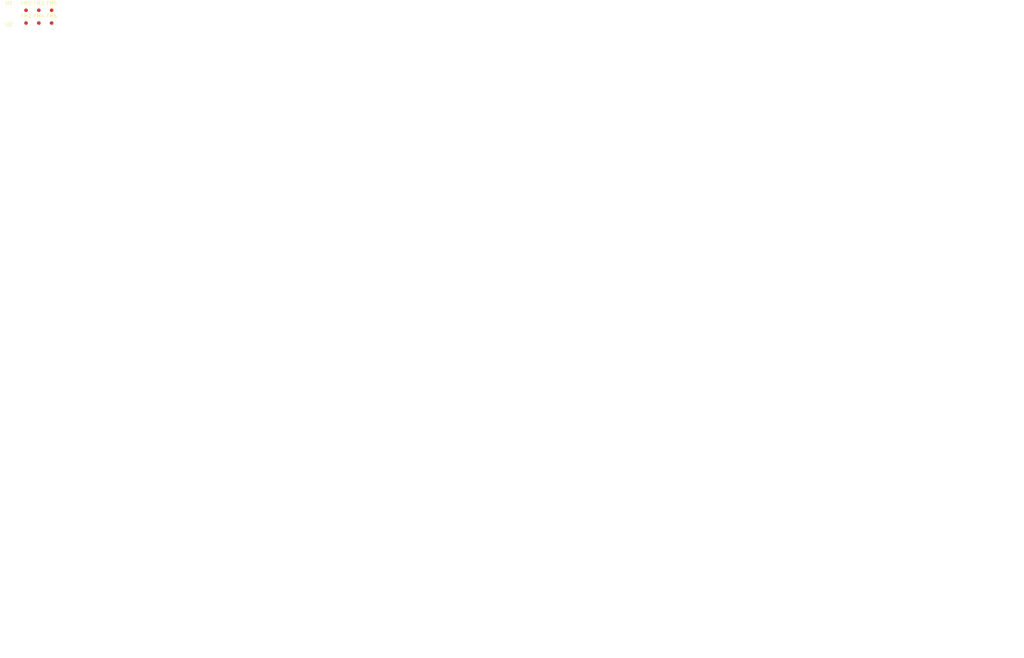
<source format=kicad_pcb>
(kicad_pcb (version 20241229) (generator "pcbnew") (generator_version "9.0")
  (title_block (title "Ignite") (rev "0.1.0") (company "Daniel Jeon"))
  (layers (0 "F.Cu" mixed) (2 "B.Cu" power) (13 "F.Paste" user) (15 "B.Paste" user) (5 "F.SilkS" user "F.Silkscreen") (7 "B.SilkS" user "B.Silkscreen") (1 "F.Mask" user) (3 "B.Mask" user) (25 "Edge.Cuts" user))
  (net 0 "")
  (footprint "MountingHole:MountingHole_2.2mm_M2" (layer "F.Cu") (at 2.475 8.425)
    (property "Reference" "H2" (at 0 -3.2 0) (layer "F.SilkS"))
    (property "Value" "M2")
    (pad "" np_thru_hole circle (at 0 0) (size 2.2 2.2) (drill 2.2) (layers "*.Cu" "*.Mask"))
  )
  (footprint "Fiducial:Fiducial_1mm_Mask2mm" (layer "F.Cu") (at 10.775 1.275)
    (property "Reference" "FM3" (at 0 -1.95 0) (layer "F.SilkS"))
    (property "Value" "1mm")
    (pad "" smd circle (at 0 0) (size 1 1) (layers "F.Cu" "F.Mask"))
  )
  (footprint "MountingHole:MountingHole_2.2mm_M2" (layer "F.Cu") (at 2.475 2.475)
    (property "Reference" "H1" (at 0 -3.2 0) (layer "F.SilkS"))
    (property "Value" "M2")
    (pad "" np_thru_hole circle (at 0 0) (size 2.2 2.2) (drill 2.2) (layers "*.Cu" "*.Mask"))
  )
  (footprint "Fiducial:Fiducial_1mm_Mask2mm" (layer "F.Cu") (at 14.325 1.275)
    (property "Reference" "FM5" (at 0 -1.95 0) (layer "F.SilkS"))
    (property "Value" "1mm")
    (pad "" smd circle (at 0 0) (size 1 1) (layers "F.Cu" "F.Mask"))
  )
  (footprint "Fiducial:Fiducial_1mm_Mask2mm" (layer "F.Cu") (at 7.225 4.825)
    (property "Reference" "FM2" (at 0 -1.95 0) (layer "F.SilkS"))
    (property "Value" "1mm")
    (pad "" smd circle (at 0 0) (size 1 1) (layers "F.Cu" "F.Mask"))
  )
  (footprint "Fiducial:Fiducial_1mm_Mask2mm" (layer "F.Cu") (at 7.225 1.275)
    (property "Reference" "FM1" (at 0 -1.95 0) (layer "F.SilkS"))
    (property "Value" "1mm")
    (pad "" smd circle (at 0 0) (size 1 1) (layers "F.Cu" "F.Mask"))
  )
  (footprint "Fiducial:Fiducial_1mm_Mask2mm" (layer "F.Cu") (at 10.775 4.825)
    (property "Reference" "FM4" (at 0 -1.95 0) (layer "F.SilkS"))
    (property "Value" "1mm")
    (pad "" smd circle (at 0 0) (size 1 1) (layers "F.Cu" "F.Mask"))
  )
  (footprint "Fiducial:Fiducial_1mm_Mask2mm" (layer "F.Cu") (at 14.325 4.825)
    (property "Reference" "FM6" (at 0 -1.95 0) (layer "F.SilkS"))
    (property "Value" "1mm")
    (pad "" smd circle (at 0 0) (size 1 1) (layers "F.Cu" "F.Mask"))
  )
)
</source>
